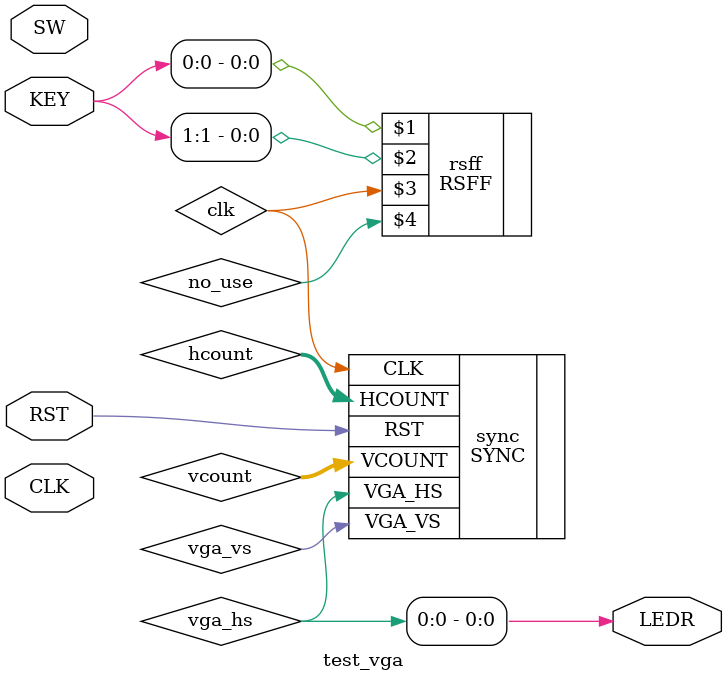
<source format=v>
module test_vga(
  input CLK,
  input RST,
  input [9:0] SW,
  input [9:0] KEY,
  output [9:0] LEDR
);

wire clk;
wire no_use;

RSFF rsff(KEY[0], KEY[1], clk, no_use);

wire [9:0] hcount;
wire [9:0] vcount;
wire vga_hs;
wire vga_vs;

SYNC sync(
  .CLK(clk),
  .RST(RST),
  .VGA_HS(vga_hs),
  .VGA_VS(vga_vs),
  .HCOUNT(hcount),
  .VCOUNT(vcount)
);

defparam sync.hdisplay = 10'd1;
defparam sync.hborder1 = 10'd1;
defparam sync.hfront_poarch = 10'd1;
defparam sync.hsync = 10'd2;
defparam sync.hborder2 = 10'd1;
defparam sync.hback_poarch = 10'd1;

assign LEDR[0] = vga_hs;

endmodule

</source>
